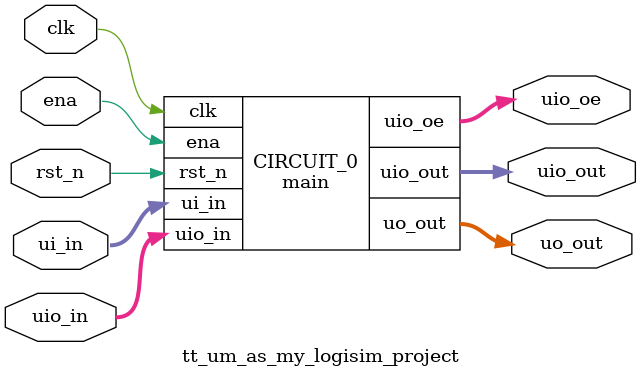
<source format=v>
/******************************************************************************
 ** Logisim-evolution goes FPGA automatic generated Verilog code             **
 ** https://github.com/logisim-evolution/                                    **
 **                                                                          **
 ** Component : Adder                                                        **
 **                                                                          **
 *****************************************************************************/

module Adder( carryIn,
              carryOut,
              dataA,
              dataB,
              result );

   /*******************************************************************************
   ** Here all module parameters are defined with a dummy value                  **
   *******************************************************************************/
   parameter extendedBits = 1;
   parameter nrOfBits = 1;

   /*******************************************************************************
   ** The inputs are defined here                                                **
   *******************************************************************************/
   input                carryIn;
   input [nrOfBits-1:0] dataA;
   input [nrOfBits-1:0] dataB;

   /*******************************************************************************
   ** The outputs are defined here                                               **
   *******************************************************************************/
   output                carryOut;
   output [nrOfBits-1:0] result;

   /*******************************************************************************
   ** The wires are defined here                                                 **
   *******************************************************************************/
   wire [extendedBits-1:0] s_extendedDataA;
   wire [extendedBits-1:0] s_extendedDataB;
   wire [extendedBits-1:0] s_sumResult;

   /*******************************************************************************
   ** The module functionality is described here                                 **
   *******************************************************************************/
   assign   {carryOut, result} = dataA + dataB + carryIn;

endmodule
/******************************************************************************
 ** Logisim-evolution goes FPGA automatic generated Verilog code             **
 ** https://github.com/logisim-evolution/                                    **
 **                                                                          **
 ** Component : REGISTER_FLIP_FLOP                                           **
 **                                                                          **
 *****************************************************************************/

module REGISTER_FLIP_FLOP( clock,
                           clockEnable,
                           d,
                           q,
                           reset,
                           tick );

   /*******************************************************************************
   ** Here all module parameters are defined with a dummy value                  **
   *******************************************************************************/
   parameter invertClock = 1;
   parameter nrOfBits = 1;

   /*******************************************************************************
   ** The inputs are defined here                                                **
   *******************************************************************************/
   input                clock;
   input                clockEnable;
   input [nrOfBits-1:0] d;
   input                reset;
   input                tick;

   /*******************************************************************************
   ** The outputs are defined here                                               **
   *******************************************************************************/
   output [nrOfBits-1:0] q;

   /*******************************************************************************
   ** The wires are defined here                                                 **
   *******************************************************************************/
   wire s_clock;

   /*******************************************************************************
   ** The registers are defined here                                             **
   *******************************************************************************/
   reg [nrOfBits-1:0] s_currentState;

   /*******************************************************************************
   ** The module functionality is described here                                 **
   *******************************************************************************/

   assign q = s_currentState;
   assign s_clock = invertClock == 0 ? clock : ~clock;

   always @(posedge s_clock or posedge reset)
   begin
      if (reset) s_currentState <= 0;
      else if (clockEnable&tick) s_currentState <= d;
   end

endmodule
/******************************************************************************
 ** Logisim-evolution goes FPGA automatic generated Verilog code             **
 ** https://github.com/logisim-evolution/                                    **
 **                                                                          **
 ** Component : main                                                         **
 **                                                                          **
 *****************************************************************************/

module main( clk,
             ena,
             rst_n,
             ui_in,
             uio_in,
             uio_oe,
             uio_out,
             uo_out );

   /*******************************************************************************
   ** The inputs are defined here                                                **
   *******************************************************************************/
   input       clk;
   input       ena;
   input       rst_n;
   input [7:0] ui_in;
   input [7:0] uio_in;

   /*******************************************************************************
   ** The outputs are defined here                                               **
   *******************************************************************************/
   output [7:0] uio_oe;
   output [7:0] uio_out;
   output [7:0] uo_out;

   /*******************************************************************************
   ** The wires are defined here                                                 **
   *******************************************************************************/
   wire [7:0] s_logisimBus11;
   wire [7:0] s_logisimBus12;
   wire [7:0] s_logisimBus13;
   wire [7:0] s_logisimBus7;
   wire [7:0] s_logisimBus8;
   wire [7:0] s_logisimBus9;
   wire       s_logisimNet0;
   wire       s_logisimNet10;
   wire       s_logisimNet15;
   wire       s_logisimNet16;
   wire       s_logisimNet2;
   wire       s_logisimNet4;
   wire       s_logisimNet5;

   /*******************************************************************************
   ** The module functionality is described here                                 **
   *******************************************************************************/

   /*******************************************************************************
   ** Here all input connections are defined                                     **
   *******************************************************************************/
   assign s_logisimBus7[7:0] = ui_in;
   assign s_logisimBus9[7:0] = uio_in;
   assign s_logisimNet10     = rst_n;
   assign s_logisimNet4      = clk;

   /*******************************************************************************
   ** Here all output connections are defined                                    **
   *******************************************************************************/
   assign uio_oe  = s_logisimBus11[7:0];
   assign uio_out = s_logisimBus12[7:0];
   assign uo_out  = s_logisimBus13[7:0];

   /*******************************************************************************
   ** Here all in-lined components are defined                                   **
   *******************************************************************************/

   // Constant
   assign  s_logisimNet2  =  1'b1;


   // Constant
   assign  s_logisimNet16  =  1'b1;


   // Constant
   assign  s_logisimBus12[3:0]  =  4'h0;


   // Constant
   assign  s_logisimBus12[7]  =  1'b1;


   // Constant
   assign  s_logisimBus11[7:0]  =  8'hF0;


   // NOT Gate
   assign s_logisimNet5 = ~s_logisimNet10;

   // NOT Gate
   assign s_logisimBus8 = ~s_logisimBus7;

   /*******************************************************************************
   ** Here all normal components are defined                                     **
   *******************************************************************************/
   Adder #(.extendedBits(3),
           .nrOfBits(2))
      ARITH_1 (.carryIn(s_logisimNet2),
               .carryOut(s_logisimBus12[6]),
               .dataA(s_logisimBus9[1:0]),
               .dataB(s_logisimBus9[3:2]),
               .result(s_logisimBus12[5:4]));

   REGISTER_FLIP_FLOP #(.invertClock(0),
                        .nrOfBits(8))
      MEMORY_2 (.clock(s_logisimNet4),
                .clockEnable(s_logisimNet16),
                .d(s_logisimBus8[7:0]),
                .q(s_logisimBus13[7:0]),
                .reset(s_logisimNet5),
                .tick(1'b1));


endmodule

`default_nettype none

module tt_um_as_my_logisim_project(
    input  wire [7:0] ui_in,
    output wire [7:0] uo_out,
    input  wire [7:0] uio_in,
    output wire [7:0] uio_out,
    output wire [7:0] uio_oe,
    input  wire       ena,
    input  wire       clk,
    input  wire       rst_n
);

main CIRCUIT_0(
    .clk(clk),
    .ena(ena),
    .rst_n(rst_n),
    .ui_in(ui_in),
    .uio_in(uio_in),
    .uio_oe(uio_oe),
    .uio_out(uio_out),
    .uo_out(uo_out)
);

endmodule


</source>
